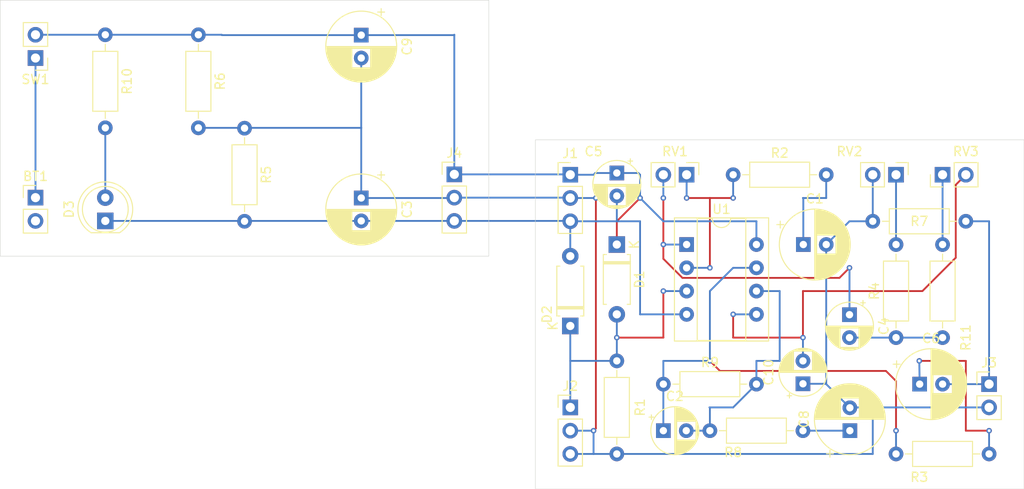
<source format=kicad_pcb>
(kicad_pcb (version 20240108) (generator "pcbnew") (generator_version "8.0")
  (layers (0 "F.Cu" signal) (31 "B.Cu" signal) (34 "B.Paste" user) (35 "F.Paste" user) (36 "B.SilkS" user "B.Silkscreen") (37 "F.SilkS" user "F.Silkscreen") (38 "B.Mask" user) (39 "F.Mask" user) (44 "Edge.Cuts" user))
  (net 0 "")
  (net 1 "Net-(BT1-+)")
  (net 2 "VEE")
  (net 3 "GNDREF")
  (net 4 "VCC")
  (net 5 "Net-(C1-Pad1)")
  (net 6 "Net-(U1B--)")
  (net 7 "Net-(C2-Pad1)")
  (net 8 "Net-(C4-Pad2)")
  (net 9 "Net-(C4-Pad1)")
  (net 10 "Net-(J3-Pin_1)")
  (net 11 "Net-(C6-Pad1)")
  (net 12 "Net-(C8-Pad1)")
  (net 13 "Net-(U1B-+)")
  (net 14 "Net-(D1-A)")
  (net 15 "Net-(D3-Pad2)")
  (net 16 "Net-(U1A--)")
  (net 17 "Net-(R4-Pad2)")
  (net 18 "Net-(R11-Pad2)")
  (footprint "Resistor_THT:R_Axial_DIN0207_L6.3mm_D2.5mm_P10.16mm_Horizontal" (layer "F.Cu") (at 43.22 22.82 -90)
    (property "Reference" "R6" (at 5.08 -2.37 90) (layer "F.SilkS"))
    (property "Value" "56k")
    (pad "1" thru_hole circle (at 0 0 270) (size 1.6 1.6) (drill 0.8) (layers "*.Cu" "*.Mask") (net 4 "VCC"))
    (pad "2" thru_hole oval (at 10.16 0 270) (size 1.6 1.6) (drill 0.8) (layers "*.Cu" "*.Mask") (net 3 "GNDREF"))
  )
  (footprint "Capacitor_THT:CP_Radial_D7.5mm_P2.50mm" (layer "F.Cu") (at 121.96 60.96)
    (property "Reference" "C6" (at 1.25 -5 0) (layer "F.SilkS"))
    (property "Value" "10µF")
    (pad "1" thru_hole rect (at 0 0) (size 1.6 1.6) (drill 0.8) (layers "*.Cu" "*.Mask") (net 11 "Net-(C6-Pad1)"))
    (pad "2" thru_hole circle (at 2.5 0) (size 1.6 1.6) (drill 0.8) (layers "*.Cu" "*.Mask") (net 10 "Net-(J3-Pin_1)"))
  )
  (footprint "Resistor_THT:R_Axial_DIN0207_L6.3mm_D2.5mm_P10.16mm_Horizontal" (layer "F.Cu") (at 93.98 60.96)
    (property "Reference" "R9" (at 5.08 -2.37 0) (layer "F.SilkS"))
    (property "Value" "2.2k")
    (pad "1" thru_hole circle (at 0 0) (size 1.6 1.6) (drill 0.8) (layers "*.Cu" "*.Mask") (net 7 "Net-(C2-Pad1)"))
    (pad "2" thru_hole oval (at 10.16 0) (size 1.6 1.6) (drill 0.8) (layers "*.Cu" "*.Mask") (net 6 "Net-(U1B--)"))
  )
  (footprint "Capacitor_THT:CP_Radial_D5.0mm_P2.50mm" (layer "F.Cu") (at 93.98 66.04)
    (property "Reference" "C2" (at 1.25 -3.75 0) (layer "F.SilkS"))
    (property "Value" "680pF")
    (pad "1" thru_hole rect (at 0 0) (size 1.6 1.6) (drill 0.8) (layers "*.Cu" "*.Mask") (net 7 "Net-(C2-Pad1)"))
    (pad "2" thru_hole circle (at 2.5 0) (size 1.6 1.6) (drill 0.8) (layers "*.Cu" "*.Mask") (net 6 "Net-(U1B--)"))
  )
  (footprint "Capacitor_THT:CP_Radial_D5.0mm_P2.50mm" (layer "F.Cu") (at 88.9 37.910888 -90)
    (property "Reference" "C5" (at -2.350888 2.54 180) (layer "F.SilkS"))
    (property "Value" "100nF")
    (pad "1" thru_hole rect (at 0 0 270) (size 1.6 1.6) (drill 0.8) (layers "*.Cu" "*.Mask") (net 4 "VCC"))
    (pad "2" thru_hole circle (at 2.5 0 270) (size 1.6 1.6) (drill 0.8) (layers "*.Cu" "*.Mask") (net 2 "VEE"))
  )
  (footprint "Connector_PinHeader_2.54mm:PinHeader_1x02_P2.54mm_Vertical" (layer "F.Cu") (at 96.52 38.1 -90)
    (property "Reference" "RV1" (at -2.54 1.27 0) (layer "F.SilkS"))
    (property "Value" "log10k")
    (pad "1" thru_hole rect (at 0 0 270) (size 1.7 1.7) (drill 1) (layers "*.Cu" "*.Mask") (net 16 "Net-(U1A--)"))
    (pad "2" thru_hole oval (at 0 2.54 270) (size 1.7 1.7) (drill 1) (layers "*.Cu" "*.Mask") (net 9 "Net-(C4-Pad1)"))
  )
  (footprint "Connector_PinHeader_2.54mm:PinHeader_1x03_P2.54mm_Vertical" (layer "F.Cu") (at 83.82 63.5)
    (property "Reference" "J2" (at 0 -2.33 0) (layer "F.SilkS"))
    (property "Value" "from piezo")
    (pad "1" thru_hole rect (at 0 0) (size 1.7 1.7) (drill 1) (layers "*.Cu" "*.Mask") (net 14 "Net-(D1-A)"))
    (pad "2" thru_hole oval (at 0 2.54) (size 1.7 1.7) (drill 1) (layers "*.Cu" "*.Mask") (net 3 "GNDREF"))
    (pad "3" thru_hole oval (at 0 5.08) (size 1.7 1.7) (drill 1) (layers "*.Cu" "*.Mask") (net 3 "GNDREF"))
  )
  (footprint "Capacitor_THT:CP_Radial_D7.5mm_P2.50mm" (layer "F.Cu") (at 109.26 45.72)
    (property "Reference" "C1" (at 1.25 -5 0) (layer "F.SilkS"))
    (property "Value" "47µF")
    (pad "1" thru_hole rect (at 0 0) (size 1.6 1.6) (drill 0.8) (layers "*.Cu" "*.Mask") (net 5 "Net-(C1-Pad1)"))
    (pad "2" thru_hole circle (at 2.5 0) (size 1.6 1.6) (drill 0.8) (layers "*.Cu" "*.Mask") (net 3 "GNDREF"))
  )
  (footprint "Resistor_THT:R_Axial_DIN0207_L6.3mm_D2.5mm_P10.16mm_Horizontal" (layer "F.Cu") (at 88.9 58.42 -90)
    (property "Reference" "R1" (at 5.08 -2.54 90) (layer "F.SilkS"))
    (property "Value" "1M")
    (pad "1" thru_hole circle (at 0 0 270) (size 1.6 1.6) (drill 0.8) (layers "*.Cu" "*.Mask") (net 14 "Net-(D1-A)"))
    (pad "2" thru_hole oval (at 10.16 0 270) (size 1.6 1.6) (drill 0.8) (layers "*.Cu" "*.Mask") (net 3 "GNDREF"))
  )
  (footprint "Capacitor_THT:CP_Radial_D7.5mm_P2.50mm" (layer "F.Cu") (at 114.34 66.04 90)
    (property "Reference" "C8" (at 1.25 -5 90) (layer "F.SilkS"))
    (property "Value" "47µF")
    (pad "1" thru_hole rect (at 0 0 90) (size 1.6 1.6) (drill 0.8) (layers "*.Cu" "*.Mask") (net 12 "Net-(C8-Pad1)"))
    (pad "2" thru_hole circle (at 2.5 0 90) (size 1.6 1.6) (drill 0.8) (layers "*.Cu" "*.Mask") (net 3 "GNDREF"))
  )
  (footprint "Resistor_THT:R_Axial_DIN0207_L6.3mm_D2.5mm_P10.16mm_Horizontal" (layer "F.Cu") (at 33.06 22.82 -90)
    (property "Reference" "R10" (at 5.08 -2.37 90) (layer "F.SilkS"))
    (property "Value" "330")
    (pad "1" thru_hole circle (at 0 0 270) (size 1.6 1.6) (drill 0.8) (layers "*.Cu" "*.Mask") (net 4 "VCC"))
    (pad "2" thru_hole oval (at 10.16 0 270) (size 1.6 1.6) (drill 0.8) (layers "*.Cu" "*.Mask") (net 15 "Net-(D3-Pad2)"))
  )
  (footprint "Resistor_THT:R_Axial_DIN0207_L6.3mm_D2.5mm_P10.16mm_Horizontal" (layer "F.Cu") (at 48.26 33.02 -90)
    (property "Reference" "R5" (at 5.08 -2.37 90) (layer "F.SilkS"))
    (property "Value" "56k")
    (pad "1" thru_hole circle (at 0 0 270) (size 1.6 1.6) (drill 0.8) (layers "*.Cu" "*.Mask") (net 3 "GNDREF"))
    (pad "2" thru_hole oval (at 10.16 0 270) (size 1.6 1.6) (drill 0.8) (layers "*.Cu" "*.Mask") (net 2 "VEE"))
  )
  (footprint "Connector_PinHeader_2.54mm:PinHeader_1x03_P2.54mm_Vertical" (layer "F.Cu") (at 71.16 38.06)
    (property "Reference" "J4" (at 0 -2.33 0) (layer "F.SilkS"))
    (property "Value" "PWR out")
    (pad "1" thru_hole rect (at 0 0) (size 1.7 1.7) (drill 1) (layers "*.Cu" "*.Mask") (net 4 "VCC"))
    (pad "2" thru_hole oval (at 0 2.54) (size 1.7 1.7) (drill 1) (layers "*.Cu" "*.Mask") (net 3 "GNDREF"))
    (pad "3" thru_hole oval (at 0 5.08) (size 1.7 1.7) (drill 1) (layers "*.Cu" "*.Mask") (net 2 "VEE"))
  )
  (footprint "Connector_PinHeader_2.54mm:PinHeader_1x02_P2.54mm_Vertical" (layer "F.Cu") (at 124.46 38.1 90)
    (property "Reference" "RV3" (at 2.54 2.54 180) (layer "F.SilkS"))
    (property "Value" "log50k")
    (pad "1" thru_hole rect (at 0 0 90) (size 1.7 1.7) (drill 1) (layers "*.Cu" "*.Mask") (net 18 "Net-(R11-Pad2)"))
    (pad "2" thru_hole oval (at 0 2.54 90) (size 1.7 1.7) (drill 1) (layers "*.Cu" "*.Mask") (net 13 "Net-(U1B-+)"))
  )
  (footprint "Connector_PinHeader_2.54mm:PinHeader_1x02_P2.54mm_Vertical" (layer "F.Cu") (at 25.44 40.6)
    (property "Reference" "BT1" (at 0 -2.33 0) (layer "F.SilkS"))
    (property "Value" "9V battery")
    (pad "1" thru_hole rect (at 0 0) (size 1.7 1.7) (drill 1) (layers "*.Cu" "*.Mask") (net 1 "Net-(BT1-+)"))
    (pad "2" thru_hole oval (at 0 2.54) (size 1.7 1.7) (drill 1) (layers "*.Cu" "*.Mask") (net 2 "VEE"))
  )
  (footprint "Capacitor_THT:CP_Radial_D5.0mm_P2.50mm" (layer "F.Cu") (at 109.22 60.92 90)
    (property "Reference" "C10" (at 1.25 -3.75 90) (layer "F.SilkS"))
    (property "Value" "1nF")
    (pad "1" thru_hole rect (at 0 0 90) (size 1.6 1.6) (drill 0.8) (layers "*.Cu" "*.Mask") (net 3 "GNDREF"))
    (pad "2" thru_hole circle (at 2.5 0 90) (size 1.6 1.6) (drill 0.8) (layers "*.Cu" "*.Mask") (net 13 "Net-(U1B-+)"))
  )
  (footprint "Capacitor_THT:CP_Radial_D5.0mm_P2.50mm" (layer "F.Cu") (at 114.3 53.38 -90)
    (property "Reference" "C4" (at 1.25 -3.75 90) (layer "F.SilkS"))
    (property "Value" "47nF")
    (pad "1" thru_hole rect (at 0 0 270) (size 1.6 1.6) (drill 0.8) (layers "*.Cu" "*.Mask") (net 9 "Net-(C4-Pad1)"))
    (pad "2" thru_hole circle (at 2.5 0 270) (size 1.6 1.6) (drill 0.8) (layers "*.Cu" "*.Mask") (net 8 "Net-(C4-Pad2)"))
  )
  (footprint "Connector_PinHeader_2.54mm:PinHeader_1x03_P2.54mm_Vertical" (layer "F.Cu") (at 83.82 38.1)
    (property "Reference" "J1" (at 0 -2.33 0) (layer "F.SilkS"))
    (property "Value" "PWR in")
    (pad "1" thru_hole rect (at 0 0) (size 1.7 1.7) (drill 1) (layers "*.Cu" "*.Mask") (net 4 "VCC"))
    (pad "2" thru_hole oval (at 0 2.54) (size 1.7 1.7) (drill 1) (layers "*.Cu" "*.Mask") (net 3 "GNDREF"))
    (pad "3" thru_hole oval (at 0 5.08) (size 1.7 1.7) (drill 1) (layers "*.Cu" "*.Mask") (net 2 "VEE"))
  )
  (footprint "Capacitor_THT:CP_Radial_D7.5mm_P2.50mm" (layer "F.Cu") (at 61 22.86 -90)
    (property "Reference" "C9" (at 1.25 -5 90) (layer "F.SilkS"))
    (property "Value" "100µF")
    (pad "1" thru_hole rect (at 0 0 270) (size 1.6 1.6) (drill 0.8) (layers "*.Cu" "*.Mask") (net 4 "VCC"))
    (pad "2" thru_hole circle (at 2.5 0 270) (size 1.6 1.6) (drill 0.8) (layers "*.Cu" "*.Mask") (net 3 "GNDREF"))
  )
  (footprint "Connector_PinHeader_2.54mm:PinHeader_1x02_P2.54mm_Vertical" (layer "F.Cu") (at 129.54 60.96)
    (property "Reference" "J3" (at 0 -2.33 0) (layer "F.SilkS"))
    (property "Value" "audio out")
    (pad "1" thru_hole rect (at 0 0) (size 1.7 1.7) (drill 1) (layers "*.Cu" "*.Mask") (net 10 "Net-(J3-Pin_1)"))
    (pad "2" thru_hole oval (at 0 2.54) (size 1.7 1.7) (drill 1) (layers "*.Cu" "*.Mask") (net 3 "GNDREF"))
  )
  (footprint "Resistor_THT:R_Axial_DIN0207_L6.3mm_D2.5mm_P10.16mm_Horizontal" (layer "F.Cu") (at 119.38 68.58)
    (property "Reference" "R3" (at 2.54 2.54 0) (layer "F.SilkS"))
    (property "Value" "680")
    (pad "1" thru_hole circle (at 0 0) (size 1.6 1.6) (drill 0.8) (layers "*.Cu" "*.Mask") (net 7 "Net-(C2-Pad1)"))
    (pad "2" thru_hole oval (at 10.16 0) (size 1.6 1.6) (drill 0.8) (layers "*.Cu" "*.Mask") (net 11 "Net-(C6-Pad1)"))
  )
  (footprint "LED_THT:LED_D5.0mm" (layer "F.Cu") (at 33.06 43.14 90)
    (property "Reference" "D3" (at 1.27 -3.96 90) (layer "F.SilkS"))
    (property "Value" "RED")
    (pad "1" thru_hole rect (at 0 0 90) (size 1.8 1.8) (drill 0.9) (layers "*.Cu" "*.Mask") (net 2 "VEE"))
    (pad "2" thru_hole circle (at 2.54 0 90) (size 1.8 1.8) (drill 0.9) (layers "*.Cu" "*.Mask") (net 15 "Net-(D3-Pad2)"))
  )
  (footprint "Resistor_THT:R_Axial_DIN0207_L6.3mm_D2.5mm_P10.16mm_Horizontal" (layer "F.Cu") (at 119.38 55.88 90)
    (property "Reference" "R4" (at 5.08 -2.37 90) (layer "F.SilkS"))
    (property "Value" "1k")
    (pad "1" thru_hole circle (at 0 0 90) (size 1.6 1.6) (drill 0.8) (layers "*.Cu" "*.Mask") (net 8 "Net-(C4-Pad2)"))
    (pad "2" thru_hole oval (at 10.16 0 90) (size 1.6 1.6) (drill 0.8) (layers "*.Cu" "*.Mask") (net 17 "Net-(R4-Pad2)"))
  )
  (footprint "Package_DIP:CERDIP-8_W7.62mm_SideBrazed_Socket" (layer "F.Cu") (at 96.52 45.72)
    (property "Reference" "U1" (at 3.81 -3.855 0) (layer "F.SilkS"))
    (property "Value" "NE5532")
    (pad "1" thru_hole rect (at 0 0) (size 1.6 1.6) (drill 0.8) (layers "*.Cu" "*.Mask") (net 9 "Net-(C4-Pad1)"))
    (pad "2" thru_hole circle (at 0 2.54) (size 1.6 1.6) (drill 0.8) (layers "*.Cu" "*.Mask") (net 16 "Net-(U1A--)"))
    (pad "3" thru_hole circle (at 0 5.08) (size 1.6 1.6) (drill 0.8) (layers "*.Cu" "*.Mask") (net 14 "Net-(D1-A)"))
    (pad "4" thru_hole circle (at 0 7.62) (size 1.6 1.6) (drill 0.8) (layers "*.Cu" "*.Mask") (net 2 "VEE"))
    (pad "5" thru_hole circle (at 7.62 7.62) (size 1.6 1.6) (drill 0.8) (layers "*.Cu" "*.Mask") (net 13 "Net-(U1B-+)"))
    (pad "6" thru_hole circle (at 7.62 5.08) (size 1.6 1.6) (drill 0.8) (layers "*.Cu" "*.Mask") (net 6 "Net-(U1B--)"))
    (pad "7" thru_hole circle (at 7.62 2.54) (size 1.6 1.6) (drill 0.8) (layers "*.Cu" "*.Mask") (net 7 "Net-(C2-Pad1)"))
    (pad "8" thru_hole circle (at 7.62 0) (size 1.6 1.6) (drill 0.8) (layers "*.Cu" "*.Mask") (net 4 "VCC"))
  )
  (footprint "Connector_PinHeader_2.54mm:PinHeader_1x02_P2.54mm_Vertical" (layer "F.Cu") (at 25.44 25.36 180)
    (property "Reference" "SW1" (at 0 -2.33 0) (layer "F.SilkS"))
    (property "Value" "SW_SPST")
    (pad "1" thru_hole rect (at 0 0 180) (size 1.7 1.7) (drill 1) (layers "*.Cu" "*.Mask") (net 1 "Net-(BT1-+)"))
    (pad "2" thru_hole oval (at 0 2.54 180) (size 1.7 1.7) (drill 1) (layers "*.Cu" "*.Mask") (net 4 "VCC"))
  )
  (footprint "Capacitor_THT:CP_Radial_D7.5mm_P2.50mm" (layer "F.Cu") (at 61 40.64 -90)
    (property "Reference" "C3" (at 1.25 -5 90) (layer "F.SilkS"))
    (property "Value" "100µF")
    (pad "1" thru_hole rect (at 0 0 270) (size 1.6 1.6) (drill 0.8) (layers "*.Cu" "*.Mask") (net 3 "GNDREF"))
    (pad "2" thru_hole circle (at 2.5 0 270) (size 1.6 1.6) (drill 0.8) (layers "*.Cu" "*.Mask") (net 2 "VEE"))
  )
  (footprint "Diode_THT:D_A-405_P7.62mm_Horizontal" (layer "F.Cu") (at 88.9 45.72 -90)
    (property "Reference" "D1" (at 3.81 -2.47 90) (layer "F.SilkS"))
    (property "Value" "1N4148")
    (fp_text user "K" (at 0 -1.9 90) (layer "F.SilkS"))
    (pad "1" thru_hole rect (at 0 0 270) (size 1.8 1.8) (drill 0.9) (layers "*.Cu" "*.Mask") (net 4 "VCC"))
    (pad "2" thru_hole oval (at 7.62 0 270) (size 1.8 1.8) (drill 0.9) (layers "*.Cu" "*.Mask") (net 14 "Net-(D1-A)"))
  )
  (footprint "Resistor_THT:R_Axial_DIN0207_L6.3mm_D2.5mm_P10.16mm_Horizontal" (layer "F.Cu") (at 124.46 55.88 90)
    (property "Reference" "R11" (at 0 2.54 90) (layer "F.SilkS"))
    (property "Value" "6.8k")
    (pad "1" thru_hole circle (at 0 0 90) (size 1.6 1.6) (drill 0.8) (layers "*.Cu" "*.Mask") (net 8 "Net-(C4-Pad2)"))
    (pad "2" thru_hole oval (at 10.16 0 90) (size 1.6 1.6) (drill 0.8) (layers "*.Cu" "*.Mask") (net 18 "Net-(R11-Pad2)"))
  )
  (footprint "Resistor_THT:R_Axial_DIN0207_L6.3mm_D2.5mm_P10.16mm_Horizontal" (layer "F.Cu") (at 109.22 66.04 180)
    (property "Reference" "R8" (at 7.62 -2.37 0) (layer "F.SilkS"))
    (property "Value" "1k")
    (pad "1" thru_hole circle (at 0 0 180) (size 1.6 1.6) (drill 0.8) (layers "*.Cu" "*.Mask") (net 12 "Net-(C8-Pad1)"))
    (pad "2" thru_hole oval (at 10.16 0 180) (size 1.6 1.6) (drill 0.8) (layers "*.Cu" "*.Mask") (net 6 "Net-(U1B--)"))
  )
  (footprint "Resistor_THT:R_Axial_DIN0207_L6.3mm_D2.5mm_P10.16mm_Horizontal" (layer "F.Cu") (at 101.6 38.1)
    (property "Reference" "R2" (at 5.08 -2.37 0) (layer "F.SilkS"))
    (property "Value" "100")
    (pad "1" thru_hole circle (at 0 0) (size 1.6 1.6) (drill 0.8) (layers "*.Cu" "*.Mask") (net 16 "Net-(U1A--)"))
    (pad "2" thru_hole oval (at 10.16 0) (size 1.6 1.6) (drill 0.8) (layers "*.Cu" "*.Mask") (net 5 "Net-(C1-Pad1)"))
  )
  (footprint "Diode_THT:D_A-405_P7.62mm_Horizontal" (layer "F.Cu") (at 83.82 54.61 90)
    (property "Reference" "D2" (at 1.27 -2.54 90) (layer "F.SilkS"))
    (property "Value" "1N4148")
    (fp_text user "K" (at 0 -1.9 90) (layer "F.SilkS"))
    (pad "1" thru_hole rect (at 0 0 90) (size 1.8 1.8) (drill 0.9) (layers "*.Cu" "*.Mask") (net 14 "Net-(D1-A)"))
    (pad "2" thru_hole oval (at 7.62 0 90) (size 1.8 1.8) (drill 0.9) (layers "*.Cu" "*.Mask") (net 2 "VEE"))
  )
  (footprint "Connector_PinHeader_2.54mm:PinHeader_1x02_P2.54mm_Vertical" (layer "F.Cu") (at 119.38 38.1 -90)
    (property "Reference" "RV2" (at -2.54 5.08 0) (layer "F.SilkS"))
    (property "Value" "log250k")
    (pad "1" thru_hole rect (at 0 0 270) (size 1.7 1.7) (drill 1) (layers "*.Cu" "*.Mask") (net 17 "Net-(R4-Pad2)"))
    (pad "2" thru_hole oval (at 0 2.54 270) (size 1.7 1.7) (drill 1) (layers "*.Cu" "*.Mask") (net 3 "GNDREF"))
  )
  (footprint "Resistor_THT:R_Axial_DIN0207_L6.3mm_D2.5mm_P10.16mm_Horizontal" (layer "F.Cu") (at 127 43.18 180)
    (property "Reference" "R7" (at 5.08 0 0) (layer "F.SilkS"))
    (property "Value" "100k")
    (pad "1" thru_hole circle (at 0 0 180) (size 1.6 1.6) (drill 0.8) (layers "*.Cu" "*.Mask") (net 10 "Net-(J3-Pin_1)"))
    (pad "2" thru_hole oval (at 10.16 0 180) (size 1.6 1.6) (drill 0.8) (layers "*.Cu" "*.Mask") (net 3 "GNDREF"))
  )
  (gr_rect (start 21.59 19.05) (end 74.93 46.99) (stroke (width 0.05)) (fill none) (layer "Edge.Cuts"))
  (gr_rect (start 80.01 34.29) (end 133.35 72.39) (stroke (width 0.05)) (fill none) (layer "Edge.Cuts"))
  (segment (start 25.44 40.6) (end 25.44 25.36) (width 0.2) (layer "B.Cu") (net 1))
  (segment (start 91.44 53.34) (end 96.52 53.34) (width 0.2) (layer "B.Cu") (net 2))
  (segment (start 83.78 43.14) (end 83.82 43.18) (width 0.2) (layer "B.Cu") (net 2))
  (segment (start 91.44 43.18) (end 91.44 53.34) (width 0.2) (layer "B.Cu") (net 2))
  (segment (start 48.3 43.14) (end 61 43.14) (width 0.2) (layer "B.Cu") (net 2))
  (segment (start 33.06 43.14) (end 48.3 43.14) (width 0.2) (layer "B.Cu") (net 2))
  (segment (start 88.9 43.18) (end 91.44 43.18) (width 0.2) (layer "B.Cu") (net 2))
  (segment (start 88.9 43.18) (end 88.9 40.410888) (width 0.2) (layer "B.Cu") (net 2))
  (segment (start 61 43.14) (end 71.16 43.14) (width 0.2) (layer "B.Cu") (net 2))
  (segment (start 71.16 43.14) (end 83.78 43.14) (width 0.2) (layer "B.Cu") (net 2))
  (segment (start 83.82 43.18) (end 83.82 46.482) (width 0.2) (layer "B.Cu") (net 2))
  (segment (start 83.82 43.18) (end 88.9 43.18) (width 0.2) (layer "B.Cu") (net 2))
  (segment (start 86.614 40.64) (end 86.614 65.786) (width 0.2) (layer "F.Cu") (net 3))
  (segment (start 86.614 65.786) (end 86.36 66.04) (width 0.2) (layer "F.Cu") (net 3))
  (via (at 86.614 40.64) (size 0.6) (drill 0.3) (layers "F.Cu" "B.Cu") (net 3))
  (via (at 86.36 66.04) (size 0.6) (drill 0.3) (layers "F.Cu" "B.Cu") (net 3))
  (segment (start 114.3 43.18) (end 116.84 43.18) (width 0.2) (layer "B.Cu") (net 3))
  (segment (start 111.72 60.92) (end 111.76 60.96) (width 0.2) (layer "B.Cu") (net 3))
  (segment (start 111.76 45.72) (end 114.3 43.18) (width 0.2) (layer "B.Cu") (net 3))
  (segment (start 71.16 40.6) (end 83.78 40.6) (width 0.2) (layer "B.Cu") (net 3))
  (segment (start 86.36 66.04) (end 86.36 68.58) (width 0.2) (layer "B.Cu") (net 3))
  (segment (start 116.84 68.58) (end 116.84 63.5) (width 0.2) (layer "B.Cu") (net 3))
  (segment (start 114.38 63.5) (end 114.34 63.54) (width 0.2) (layer "B.Cu") (net 3))
  (segment (start 61 25.36) (end 61 32.98) (width 0.2) (layer "B.Cu") (net 3))
  (segment (start 116.84 63.5) (end 114.38 63.5) (width 0.2) (layer "B.Cu") (net 3))
  (segment (start 71.12 40.64) (end 71.16 40.6) (width 0.2) (layer "B.Cu") (net 3))
  (segment (start 116.84 38.1) (end 116.84 43.18) (width 0.2) (layer "B.Cu") (net 3))
  (segment (start 88.9 68.58) (end 116.84 68.58) (width 0.2) (layer "B.Cu") (net 3))
  (segment (start 61 40.64) (end 71.12 40.64) (width 0.2) (layer "B.Cu") (net 3))
  (segment (start 83.78 40.6) (end 83.82 40.64) (width 0.2) (layer "B.Cu") (net 3))
  (segment (start 111.76 45.68) (end 111.8 45.72) (width 0.2) (layer "B.Cu") (net 3))
  (segment (start 48.3 32.98) (end 61 32.98) (width 0.2) (layer "B.Cu") (net 3))
  (segment (start 83.82 66.04) (end 86.36 66.04) (width 0.2) (layer "B.Cu") (net 3))
  (segment (start 111.76 60.96) (end 111.76 45.72) (width 0.2) (layer "B.Cu") (net 3))
  (segment (start 86.36 68.58) (end 88.9 68.58) (width 0.2) (layer "B.Cu") (net 3))
  (segment (start 43.22 32.98) (end 48.3 32.98) (width 0.2) (layer "B.Cu") (net 3))
  (segment (start 116.84 63.5) (end 129.54 63.5) (width 0.2) (layer "B.Cu") (net 3))
  (segment (start 83.82 68.58) (end 86.36 68.58) (width 0.2) (layer "B.Cu") (net 3))
  (segment (start 61 32.98) (end 61 40.64) (width 0.2) (layer "B.Cu") (net 3))
  (segment (start 109.22 60.92) (end 111.72 60.92) (width 0.2) (layer "B.Cu") (net 3))
  (segment (start 83.82 40.64) (end 86.614 40.64) (width 0.2) (layer "B.Cu") (net 3))
  (segment (start 114.34 63.54) (end 111.76 60.96) (width 0.2) (layer "B.Cu") (net 3))
  (segment (start 88.9 43.18) (end 88.9 45.72) (width 0.2) (layer "F.Cu") (net 4))
  (segment (start 91.44 40.64) (end 88.9 43.18) (width 0.2) (layer "F.Cu") (net 4))
  (via (at 91.44 40.64) (size 0.6) (drill 0.3) (layers "F.Cu" "B.Cu") (net 4))
  (segment (start 91.44 40.64) (end 93.98 43.18) (width 0.2) (layer "B.Cu") (net 4))
  (segment (start 93.98 43.18) (end 104.14 43.18) (width 0.2) (layer "B.Cu") (net 4))
  (segment (start 104.14 43.18) (end 104.14 45.72) (width 0.2) (layer "B.Cu") (net 4))
  (segment (start 83.78 38.06) (end 83.82 38.1) (width 0.2) (layer "B.Cu") (net 4))
  (segment (start 45.8 22.86) (end 61 22.86) (width 0.2) (layer "B.Cu") (net 4))
  (segment (start 86.549112 37.910888) (end 88.9 37.910888) (width 0.2) (layer "B.Cu") (net 4))
  (segment (start 61 22.86) (end 71.12 22.86) (width 0.2) (layer "B.Cu") (net 4))
  (segment (start 86.36 38.1) (end 86.549112 37.910888) (width 0.2) (layer "B.Cu") (net 4))
  (segment (start 88.710888 38.1) (end 88.9 37.910888) (width 0.2) (layer "B.Cu") (net 4))
  (segment (start 91.44 38.1) (end 91.44 40.64) (width 0.2) (layer "B.Cu") (net 4))
  (segment (start 71.16 22.82) (end 71.16 38.06) (width 0.2) (layer "B.Cu") (net 4))
  (segment (start 43.22 22.82) (end 45.76 22.82) (width 0.2) (layer "B.Cu") (net 4))
  (segment (start 71.12 22.86) (end 71.16 22.82) (width 0.2) (layer "B.Cu") (net 4))
  (segment (start 83.82 38.1) (end 86.36 38.1) (width 0.2) (layer "B.Cu") (net 4))
  (segment (start 45.76 22.82) (end 45.8 22.86) (width 0.2) (layer "B.Cu") (net 4))
  (segment (start 91.250888 37.910888) (end 91.44 38.1) (width 0.2) (layer "B.Cu") (net 4))
  (segment (start 25.44 22.82) (end 33.06 22.82) (width 0.2) (layer "B.Cu") (net 4))
  (segment (start 33.06 22.82) (end 43.22 22.82) (width 0.2) (layer "B.Cu") (net 4))
  (segment (start 88.9 37.910888) (end 91.250888 37.910888) (width 0.2) (layer "B.Cu") (net 4))
  (segment (start 71.16 38.06) (end 83.78 38.06) (width 0.2) (layer "B.Cu") (net 4))
  (segment (start 109.26 45.72) (end 109.26 40.68) (width 0.2) (layer "B.Cu") (net 5))
  (segment (start 111.76 40.64) (end 111.76 38.1) (width 0.2) (layer "B.Cu") (net 5))
  (segment (start 109.26 40.68) (end 109.22 40.64) (width 0.2) (layer "B.Cu") (net 5))
  (segment (start 109.22 40.64) (end 111.76 40.64) (width 0.2) (layer "B.Cu") (net 5))
  (segment (start 101.6 63.5) (end 104.14 60.96) (width 0.2) (layer "B.Cu") (net 6))
  (segment (start 99.06 66.04) (end 96.48 66.04) (width 0.2) (layer "B.Cu") (net 6))
  (segment (start 99.02 63.5) (end 101.6 63.5) (width 0.2) (layer "B.Cu") (net 6))
  (segment (start 106.68 50.8) (end 104.14 50.8) (width 0.2) (layer "B.Cu") (net 6))
  (segment (start 99.02 63.5) (end 99.06 63.54) (width 0.2) (layer "B.Cu") (net 6))
  (segment (start 99.06 63.54) (end 99.06 66.04) (width 0.2) (layer "B.Cu") (net 6))
  (segment (start 104.14 58.42) (end 106.68 58.42) (width 0.2) (layer "B.Cu") (net 6))
  (segment (start 104.14 60.96) (end 104.14 58.42) (width 0.2) (layer "B.Cu") (net 6))
  (segment (start 106.68 58.42) (end 106.68 50.8) (width 0.2) (layer "B.Cu") (net 6))
  (segment (start 118.28 59.52) (end 100.16 59.52) (width 0.2) (layer "F.Cu") (net 7))
  (segment (start 119.38 60.62) (end 118.28 59.52) (width 0.2) (layer "F.Cu") (net 7))
  (segment (start 100.16 59.52) (end 99.06 58.42) (width 0.2) (layer "F.Cu") (net 7))
  (segment (start 119.38 66.04) (end 119.38 60.62) (width 0.2) (layer "F.Cu") (net 7))
  (via (at 119.38 66.04) (size 0.6) (drill 0.3) (layers "F.Cu" "B.Cu") (net 7))
  (via (at 99.06 58.42) (size 0.6) (drill 0.3) (layers "F.Cu" "B.Cu") (net 7))
  (segment (start 99.06 50.8) (end 99.06 58.42) (width 0.2) (layer "B.Cu") (net 7))
  (segment (start 93.98 58.42) (end 99.06 58.42) (width 0.2) (layer "B.Cu") (net 7))
  (segment (start 101.6 48.26) (end 104.14 48.26) (width 0.2) (layer "B.Cu") (net 7))
  (segment (start 93.98 60.96) (end 93.98 58.42) (width 0.2) (layer "B.Cu") (net 7))
  (segment (start 93.98 66.04) (end 93.98 60.96) (width 0.2) (layer "B.Cu") (net 7))
  (segment (start 101.6 48.26) (end 99.06 50.8) (width 0.2) (layer "B.Cu") (net 7))
  (segment (start 119.38 68.58) (end 119.38 66.04) (width 0.2) (layer "B.Cu") (net 7))
  (segment (start 114.3 55.88) (end 119.38 55.88) (width 0.2) (layer "B.Cu") (net 8))
  (segment (start 119.38 55.88) (end 124.46 55.88) (width 0.2) (layer "B.Cu") (net 8))
  (segment (start 93.98 47.275635) (end 96.064365 49.36) (width 0.2) (layer "F.Cu") (net 9))
  (segment (start 93.98 45.72) (end 93.98 40.64) (width 0.2) (layer "F.Cu") (net 9))
  (segment (start 113.2 49.36) (end 114.3 48.26) (width 0.2) (layer "F.Cu") (net 9))
  (segment (start 96.064365 49.36) (end 113.2 49.36) (width 0.2) (layer "F.Cu") (net 9))
  (segment (start 93.98 45.72) (end 93.98 47.275635) (width 0.2) (layer "F.Cu") (net 9))
  (via (at 93.98 45.72) (size 0.6) (drill 0.3) (layers "F.Cu" "B.Cu") (net 9))
  (via (at 93.98 40.64) (size 0.6) (drill 0.3) (layers "F.Cu" "B.Cu") (net 9))
  (via (at 114.3 48.26) (size 0.6) (drill 0.3) (layers "F.Cu" "B.Cu") (net 9))
  (segment (start 93.98 38.1) (end 93.98 40.64) (width 0.2) (layer "B.Cu") (net 9))
  (segment (start 96.52 45.72) (end 93.98 45.72) (width 0.2) (layer "B.Cu") (net 9))
  (segment (start 114.3 53.38) (end 114.3 48.26) (width 0.2) (layer "B.Cu") (net 9))
  (segment (start 129.54 43.18) (end 127 43.18) (width 0.2) (layer "B.Cu") (net 10))
  (segment (start 129.54 60.96) (end 129.54 43.18) (width 0.2) (layer "B.Cu") (net 10))
  (segment (start 124.46 60.96) (end 129.54 60.96) (width 0.2) (layer "B.Cu") (net 10))
  (segment (start 129.54 66.04) (end 127 66.04) (width 0.2) (layer "F.Cu") (net 11))
  (segment (start 127 66.04) (end 127 58.42) (width 0.2) (layer "F.Cu") (net 11))
  (segment (start 127 58.42) (end 121.92 58.42) (width 0.2) (layer "F.Cu") (net 11))
  (via (at 121.92 58.42) (size 0.6) (drill 0.3) (layers "F.Cu" "B.Cu") (net 11))
  (via (at 129.54 66.04) (size 0.6) (drill 0.3) (layers "F.Cu" "B.Cu") (net 11))
  (segment (start 129.54 68.58) (end 129.54 66.04) (width 0.2) (layer "B.Cu") (net 11))
  (segment (start 121.96 60.96) (end 121.92 58.42) (width 0.2) (layer "B.Cu") (net 11))
  (segment (start 121.92 58.42) (end 121.96 58.46) (width 0.2) (layer "B.Cu") (net 11))
  (segment (start 109.22 66.04) (end 114.34 66.04) (width 0.2) (layer "B.Cu") (net 12))
  (segment (start 101.6 55.88) (end 109.22 55.88) (width 0.2) (layer "F.Cu") (net 13))
  (segment (start 125.9 39.2) (end 127 38.1) (width 0.2) (layer "F.Cu") (net 13))
  (segment (start 109.22 55.88) (end 109.22 50.8) (width 0.2) (layer "F.Cu") (net 13))
  (segment (start 125.9 47.16) (end 125.9 39.2) (width 0.2) (layer "F.Cu") (net 13))
  (segment (start 109.22 50.8) (end 122.26 50.8) (width 0.2) (layer "F.Cu") (net 13))
  (segment (start 101.6 53.34) (end 101.6 55.88) (width 0.2) (layer "F.Cu") (net 13))
  (segment (start 122.26 50.8) (end 125.9 47.16) (width 0.2) (layer "F.Cu") (net 13))
  (via (at 101.6 53.34) (size 0.6) (drill 0.3) (layers "F.Cu" "B.Cu") (net 13))
  (via (at 109.22 55.88) (size 0.6) (drill 0.3) (layers "F.Cu" "B.Cu") (net 13))
  (segment (start 109.22 58.42) (end 109.22 55.88) (width 0.2) (layer "B.Cu") (net 13))
  (segment (start 104.14 53.34) (end 101.6 53.34) (width 0.2) (layer "B.Cu") (net 13))
  (segment (start 93.98 55.88) (end 88.9 55.88) (width 0.2) (layer "F.Cu") (net 14))
  (segment (start 93.98 50.8) (end 93.98 55.88) (width 0.2) (layer "F.Cu") (net 14))
  (via (at 88.9 55.88) (size 0.6) (drill 0.3) (layers "F.Cu" "B.Cu") (net 14))
  (via (at 93.98 50.8) (size 0.6) (drill 0.3) (layers "F.Cu" "B.Cu") (net 14))
  (segment (start 83.82 58.42) (end 83.82 63.5) (width 0.2) (layer "B.Cu") (net 14))
  (segment (start 88.9 55.88) (end 88.9 58.42) (width 0.2) (layer "B.Cu") (net 14))
  (segment (start 96.52 50.8) (end 93.98 50.8) (width 0.2) (layer "B.Cu") (net 14))
  (segment (start 83.82 54.61) (end 83.82 58.42) (width 0.2) (layer "B.Cu") (net 14))
  (segment (start 88.9 58.42) (end 83.82 58.42) (width 0.2) (layer "B.Cu") (net 14))
  (segment (start 88.9 54.102) (end 88.9 55.88) (width 0.2) (layer "B.Cu") (net 14))
  (segment (start 33.06 32.98) (end 33.06 40.6) (width 0.2) (layer "B.Cu") (net 15))
  (segment (start 101.6 40.64) (end 99.06 40.64) (width 0.2) (layer "F.Cu") (net 16))
  (segment (start 96.52 40.64) (end 99.06 40.64) (width 0.2) (layer "F.Cu") (net 16))
  (segment (start 99.06 40.64) (end 99.06 48.26) (width 0.2) (layer "F.Cu") (net 16))
  (via (at 99.06 48.26) (size 0.6) (drill 0.3) (layers "F.Cu" "B.Cu") (net 16))
  (via (at 101.6 40.64) (size 0.6) (drill 0.3) (layers "F.Cu" "B.Cu") (net 16))
  (via (at 96.52 40.64) (size 0.6) (drill 0.3) (layers "F.Cu" "B.Cu") (net 16))
  (segment (start 96.52 38.1) (end 96.52 40.64) (width 0.2) (layer "B.Cu") (net 16))
  (segment (start 96.52 48.26) (end 99.06 48.26) (width 0.2) (layer "B.Cu") (net 16))
  (segment (start 101.6 38.1) (end 101.6 40.64) (width 0.2) (layer "B.Cu") (net 16))
  (segment (start 119.38 45.72) (end 119.38 38.1) (width 0.2) (layer "B.Cu") (net 17))
  (segment (start 124.46 38.1) (end 124.46 45.72) (width 0.2) (layer "B.Cu") (net 18))
)
</source>
